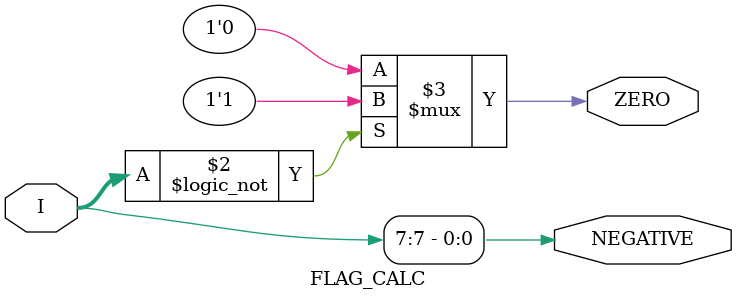
<source format=v>
module FLAG_CALC (
    input [7:0] I,
    output reg ZERO,
    output reg NEGATIVE
);
    always @(*) begin
        ZERO = (I == 8'b00000000) ? 1'b1 : 1'b0;
        NEGATIVE = I[7];
    end
    
endmodule
</source>
